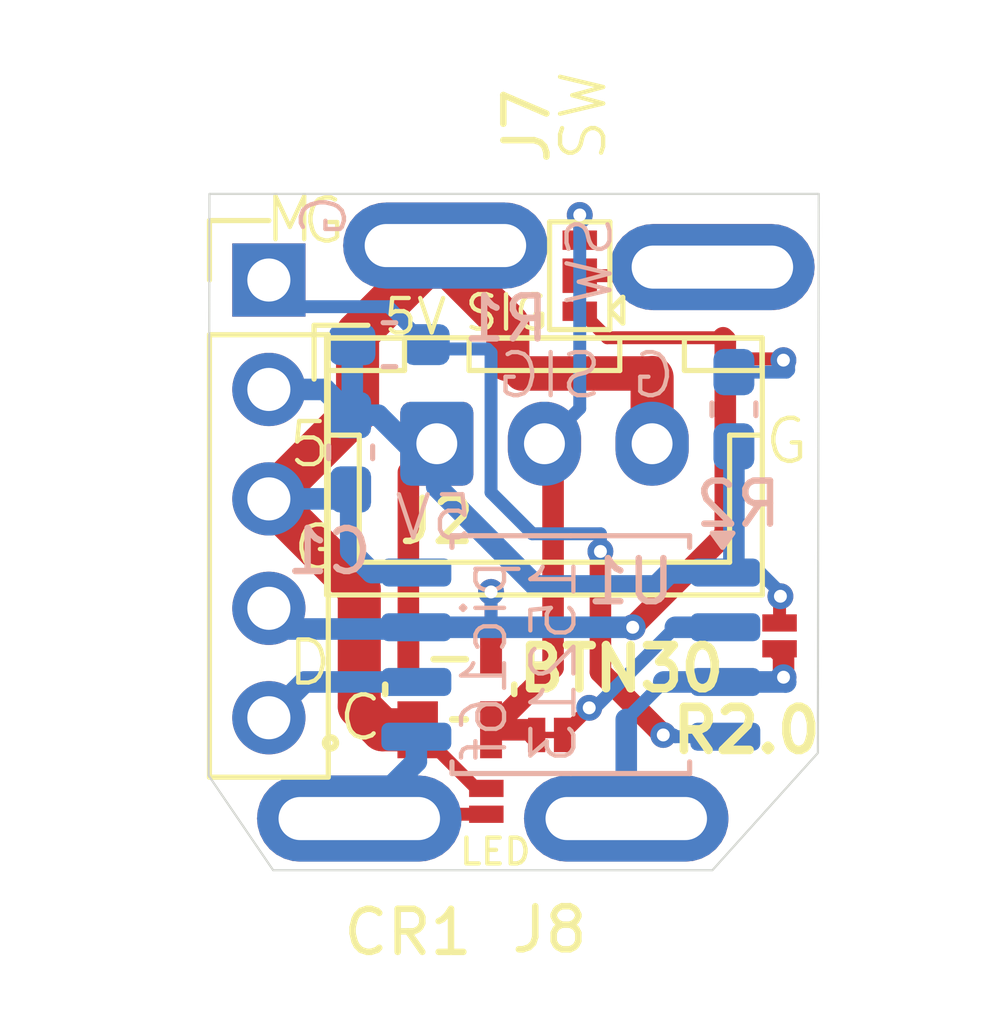
<source format=kicad_pcb>
(kicad_pcb (version 20241229) (generator "pcbnew") (generator_version "9.0")
  (layers (0 "F.Cu" signal) (2 "B.Cu" signal) (13 "F.Paste" user) (15 "B.Paste" user) (5 "F.SilkS" user "F.Silkscreen") (7 "B.SilkS" user "B.Silkscreen") (1 "F.Mask" user) (3 "B.Mask" user) (25 "Edge.Cuts" user))
  (net 0 "")
  (net 1 "/5V")
  (net 2 "/GND")
  (net 3 "/LED0")
  (net 4 "/LED1")
  (net 5 "/PGD")
  (net 6 "/SIGNAL")
  (net 7 "/MCLRn")
  (net 8 "/PGC")
  (net 9 "/REAL_SW")
  (net 10 "/CPU_SIGNAL")
  (footprint "Neal:SolderJumper-3_P1.3mm_Shorted_Pad0.8x0.4mm" (layer "F.Cu") (at 99.12 54.4 90)
    (property "Reference" "J7" (at 3.48 -1.23 90) (layer "F.SilkS"))
    (property "Value" "SolderJumper")
    (fp_line (start -0.75 0) (end -0.1 0) (stroke (width 0.15)) (layer "F.Cu"))
    (fp_line (start 1.25 -0.7) (end 1.25 0.7) (stroke (width 0.12)) (layer "F.SilkS"))
    (fp_line (start -1.25 -0.7) (end 1.25 -0.7) (stroke (width 0.12)) (layer "F.SilkS"))
    (fp_line (start 1.25 0.7) (end -1.25 0.7) (stroke (width 0.12)) (layer "F.SilkS"))
    (fp_line (start -0.8 0.7) (end -0.5 1) (stroke (width 0.12)) (layer "F.SilkS"))
    (fp_line (start -0.8 0.7) (end -1.1 1) (stroke (width 0.12)) (layer "F.SilkS"))
    (fp_line (start -1.25 0.7) (end -1.25 -0.7) (stroke (width 0.12)) (layer "F.SilkS"))
    (fp_line (start -1.1 1) (end -0.5 1) (stroke (width 0.12)) (layer "F.SilkS"))
    (pad "1" smd rect (at -0.825 0 90) (size 0.45 0.8) (layers "F.Cu" "F.Mask") (net 5 "/PGD"))
    (pad "2" smd rect (at 0 0 90) (size 0.8 0.8) (layers "F.Cu" "F.Mask") (net 9 "/REAL_SW"))
    (pad "3" smd rect (at 0.825 0 90) (size 0.45 0.8) (layers "F.Cu" "F.Mask") (net 6 "/SIGNAL"))
  )
  (footprint "Neal:SolderJumper-2_P1.3mm_Open_Pad0.4x0.8mm" (layer "F.Cu") (at 96.95 66.6 90)
    (property "Reference" "J9" (hide yes))
    (property "Value" "SolderJumper")
    (pad "1" smd rect (at -0.3 0 90) (size 0.4 0.8) (layers "F.Cu" "F.Mask") (net 3 "/LED0"))
    (pad "2" smd rect (at 0.3 0 90) (size 0.4 0.8) (layers "F.Cu" "F.Mask") (net 2 "/GND"))
  )
  (footprint "Library:blade_3.75x1" (layer "F.Cu") (at 100.2 67)
    (property "Reference" "J4" (hide yes))
    (property "Value" "Blade_LED")
    (pad "1" thru_hole roundrect (at 0 0) (size 4.75 2) (drill oval 3.75 1) (layers "*.Cu" "*.Mask") (roundrect_rratio 0.5) (net 4 "/LED1"))
  )
  (footprint "Library:blade_3.75x1" (layer "F.Cu") (at 94 67)
    (property "Reference" "J3" (hide yes))
    (property "Value" "Blade_LED")
    (pad "1" thru_hole roundrect (at 0 0) (size 4.75 2) (drill oval 3.75 1) (layers "*.Cu" "*.Mask") (roundrect_rratio 0.5) (net 3 "/LED0"))
  )
  (footprint "Connector_JST:JST_XH_B3B-XH-A_1x03_P2.50mm_Vertical" (layer "F.Cu") (at 95.8 58.3)
    (property "Reference" "J2" (at 0 1.8 0) (layer "F.SilkS"))
    (property "Value" "B3B-XH-A")
    (fp_line (start -2.85 -2.75) (end -2.85 -1.5) (stroke (width 0.12)) (layer "F.SilkS"))
    (fp_line (start -2.56 -2.46) (end -2.56 3.51) (stroke (width 0.12)) (layer "F.SilkS"))
    (fp_line (start -2.56 3.51) (end 7.56 3.51) (stroke (width 0.12)) (layer "F.SilkS"))
    (fp_line (start -2.55 -2.45) (end -2.55 -1.7) (stroke (width 0.12)) (layer "F.SilkS"))
    (fp_line (start -2.55 -1.7) (end -0.75 -1.7) (stroke (width 0.12)) (layer "F.SilkS"))
    (fp_line (start -2.55 -0.2) (end -1.8 -0.2) (stroke (width 0.12)) (layer "F.SilkS"))
    (fp_line (start -1.8 -0.2) (end -1.8 2.75) (stroke (width 0.12)) (layer "F.SilkS"))
    (fp_line (start -1.8 2.75) (end 2.5 2.75) (stroke (width 0.12)) (layer "F.SilkS"))
    (fp_line (start -1.6 -2.75) (end -2.85 -2.75) (stroke (width 0.12)) (layer "F.SilkS"))
    (fp_line (start -0.75 -2.45) (end -2.55 -2.45) (stroke (width 0.12)) (layer "F.SilkS"))
    (fp_line (start -0.75 -1.7) (end -0.75 -2.45) (stroke (width 0.12)) (layer "F.SilkS"))
    (fp_line (start 0.75 -2.45) (end 0.75 -1.7) (stroke (width 0.12)) (layer "F.SilkS"))
    (fp_line (start 0.75 -1.7) (end 4.25 -1.7) (stroke (width 0.12)) (layer "F.SilkS"))
    (fp_line (start 4.25 -2.45) (end 0.75 -2.45) (stroke (width 0.12)) (layer "F.SilkS"))
    (fp_line (start 4.25 -1.7) (end 4.25 -2.45) (stroke (width 0.12)) (layer "F.SilkS"))
    (fp_line (start 5.75 -2.45) (end 5.75 -1.7) (stroke (width 0.12)) (layer "F.SilkS"))
    (fp_line (start 5.75 -1.7) (end 7.55 -1.7) (stroke (width 0.12)) (layer "F.SilkS"))
    (fp_line (start 6.8 -0.2) (end 6.8 2.75) (stroke (width 0.12)) (layer "F.SilkS"))
    (fp_line (start 6.8 2.75) (end 2.5 2.75) (stroke (width 0.12)) (layer "F.SilkS"))
    (fp_line (start 7.55 -2.45) (end 5.75 -2.45) (stroke (width 0.12)) (layer "F.SilkS"))
    (fp_line (start 7.55 -1.7) (end 7.55 -2.45) (stroke (width 0.12)) (layer "F.SilkS"))
    (fp_line (start 7.55 -0.2) (end 6.8 -0.2) (stroke (width 0.12)) (layer "F.SilkS"))
    (fp_line (start 7.56 -2.46) (end -2.56 -2.46) (stroke (width 0.12)) (layer "F.SilkS"))
    (fp_line (start 7.56 3.51) (end 7.56 -2.46) (stroke (width 0.12)) (layer "F.SilkS"))
    (pad "1" thru_hole roundrect (at 0 0) (size 1.7 1.95) (drill 0.95) (layers "*.Cu" "*.Mask") (roundrect_rratio 0.147059) (net 1 "/5V"))
    (pad "2" thru_hole oval (at 2.5 0) (size 1.7 1.95) (drill 0.95) (layers "*.Cu" "*.Mask") (net 6 "/SIGNAL"))
    (pad "3" thru_hole oval (at 5 0) (size 1.7 1.95) (drill 0.95) (layers "*.Cu" "*.Mask") (net 2 "/GND"))
  )
  (footprint "Library:blade_3.75x1" (layer "F.Cu") (at 95.4 54.3)
    (property "Reference" "J6" (hide yes))
    (property "Value" "Blade_SW")
    (pad "1" thru_hole roundrect (at 0.6 -0.6) (size 4.75 2) (drill oval 3.75 1) (layers "*.Cu" "*.Mask") (roundrect_rratio 0.5) (net 2 "/GND"))
  )
  (footprint "footprints:SOT143_DIO" (layer "F.Cu") (at 96.1 64)
    (property "Reference" "CR1" (at -0.97 5.64 0) (layer "F.SilkS"))
    (property "Value" "DRTR5V0U2SR-7")
    (fp_line (start -1.4986 0.107009) (end -1.4986 -0.107008) (stroke (width 0.1524)) (layer "F.SilkS"))
    (fp_line (start -0.373261 -0.6985) (end 0.373261 -0.6985) (stroke (width 0.1524)) (layer "F.SilkS"))
    (fp_line (start 0.37326 0.6985) (end 0.05854 0.6985) (stroke (width 0.1524)) (layer "F.SilkS"))
    (fp_line (start 1.4986 -0.107008) (end 1.4986 0.107009) (stroke (width 0.1524)) (layer "F.SilkS"))
    (fp_circle (center -2.7686 1.2446) (end -2.6416 1.2446) (stroke (width 0.1524)) (fill no) (layer "F.SilkS"))
    (pad "1" smd rect (at -0.7441 0.9398) (size 0.9398 1.3208) (layers "F.Cu" "F.Mask" "F.Paste") (net 2 "/GND"))
    (pad "2" smd rect (at 0.96 0.9398) (size 0.508 1.3208) (layers "F.Cu" "F.Mask" "F.Paste") (net 6 "/SIGNAL"))
    (pad "3" smd rect (at 0.960001 -0.9398) (size 0.508 1.3208) (layers "F.Cu" "F.Mask" "F.Paste") (net 5 "/PGD"))
    (pad "4" smd rect (at -0.960001 -0.9398) (size 0.508 1.3208) (layers "F.Cu" "F.Mask" "F.Paste") (net 1 "/5V"))
  )
  (footprint "Library:blade_3.75x1" (layer "F.Cu") (at 101.7 55.5)
    (property "Reference" "J5" (hide yes))
    (property "Value" "Blade_SW")
    (pad "1" thru_hole roundrect (at 0.5 -1.3) (size 4.75 2) (drill oval 3.75 1) (layers "*.Cu" "*.Mask") (roundrect_rratio 0.5) (net 9 "/REAL_SW"))
  )
  (footprint "Neal:SolderJumper-2_P1.3mm_Open_Pad0.4x0.8mm" (layer "F.Cu") (at 103.76 62.76 90)
    (property "Reference" "J10" (hide yes))
    (property "Value" "SolderJumper")
    (pad "1" smd rect (at -0.3 0 90) (size 0.4 0.8) (layers "F.Cu" "F.Mask") (net 4 "/LED1"))
    (pad "2" smd rect (at 0.3 0 90) (size 0.4 0.8) (layers "F.Cu" "F.Mask") (net 1 "/5V"))
  )
  (footprint "Connector_PinHeader_2.54mm:PinHeader_1x05_P2.54mm_Vertical" (layer "F.Cu") (at 91.9 54.5)
    (property "Reference" "J1" (hide yes))
    (property "Value" "Conn_01x05_Pin")
    (fp_line (start -1.38 -1.38) (end 0 -1.38) (stroke (width 0.12)) (layer "F.SilkS"))
    (fp_line (start -1.38 0) (end -1.38 -1.38) (stroke (width 0.12)) (layer "F.SilkS"))
    (fp_line (start -1.38 1.27) (end -1.38 11.54) (stroke (width 0.12)) (layer "F.SilkS"))
    (fp_line (start -1.38 1.27) (end 1.38 1.27) (stroke (width 0.12)) (layer "F.SilkS"))
    (fp_line (start -1.38 11.54) (end 1.38 11.54) (stroke (width 0.12)) (layer "F.SilkS"))
    (fp_line (start 1.38 1.27) (end 1.38 11.54) (stroke (width 0.12)) (layer "F.SilkS"))
    (pad "1" thru_hole rect (at 0 0) (size 1.7 1.7) (drill 1) (layers "*.Cu" "*.Mask") (net 7 "/MCLRn"))
    (pad "2" thru_hole circle (at 0 2.54) (size 1.7 1.7) (drill 1) (layers "*.Cu" "*.Mask") (net 1 "/5V"))
    (pad "3" thru_hole circle (at 0 5.08) (size 1.7 1.7) (drill 1) (layers "*.Cu" "*.Mask") (net 2 "/GND"))
    (pad "4" thru_hole circle (at 0 7.62) (size 1.7 1.7) (drill 1) (layers "*.Cu" "*.Mask") (net 5 "/PGD"))
    (pad "5" thru_hole circle (at 0 10.16) (size 1.7 1.7) (drill 1) (layers "*.Cu" "*.Mask") (net 8 "/PGC"))
  )
  (footprint "Neal:SolderJumper-2_P1.3mm_Shorted_Pad0.4x0.8mm" (layer "F.Cu") (at 98.42 65.06)
    (property "Reference" "J8" (at 0 4.52 0) (layer "F.SilkS"))
    (property "Value" "SolderJumper")
    (fp_line (start -0.25 0) (end 0.3 0) (stroke (width 0.15)) (layer "F.Cu"))
    (pad "1" smd rect (at -0.3 0) (size 0.4 0.8) (layers "F.Cu" "F.Mask") (net 6 "/SIGNAL"))
    (pad "2" smd rect (at 0.3 0) (size 0.4 0.8) (layers "F.Cu" "F.Mask") (net 10 "/CPU_SIGNAL"))
  )
  (footprint "Package_SO:SOIC-8_5.3x5.3mm_P1.27mm" (layer "B.Cu") (at 98.9125 63.195 180)
    (property "Reference" "U1" (at -1.3875 1.695 0) (layer "B.SilkS") (effects (justify mirror)))
    (property "Value" "PIC16F15213-I/SN")
    (fp_line (start 2.76 2.76) (end 2.76 2.49) (stroke (width 0.12)) (layer "B.SilkS"))
    (fp_line (start 2.76 -2.76) (end 2.76 -2.49) (stroke (width 0.12)) (layer "B.SilkS"))
    (fp_line (start 0 2.76) (end 2.76 2.76) (stroke (width 0.12)) (layer "B.SilkS"))
    (fp_line (start 0 2.76) (end -2.76 2.76) (stroke (width 0.12)) (layer "B.SilkS"))
    (fp_line (start 0 -2.76) (end 2.76 -2.76) (stroke (width 0.12)) (layer "B.SilkS"))
    (fp_line (start 0 -2.76) (end -2.76 -2.76) (stroke (width 0.12)) (layer "B.SilkS"))
    (fp_line (start -2.76 2.76) (end -2.76 2.49) (stroke (width 0.12)) (layer "B.SilkS"))
    (fp_line (start -2.76 -2.76) (end -2.76 -2.49) (stroke (width 0.12)) (layer "B.SilkS"))
    (fp_poly (pts (xy -3.525 2.49) (xy -3.765 2.82) (xy -3.285 2.82)) (stroke (width 0.12)) (fill yes) (layer "B.SilkS"))
    (pad "1" smd roundrect (at -3.5875 1.905 180) (size 1.625 0.65) (layers "B.Cu" "B.Mask" "B.Paste") (net 1 "/5V"))
    (pad "2" smd roundrect (at -3.5875 0.635 180) (size 1.625 0.65) (layers "B.Cu" "B.Mask" "B.Paste") (net 10 "/CPU_SIGNAL"))
    (pad "3" smd roundrect (at -3.5875 -0.635 180) (size 1.625 0.65) (layers "B.Cu" "B.Mask" "B.Paste") (net 4 "/LED1"))
    (pad "4" smd roundrect (at -3.5875 -1.905 180) (size 1.625 0.65) (layers "B.Cu" "B.Mask" "B.Paste") (net 7 "/MCLRn"))
    (pad "5" smd roundrect (at 3.5875 -1.905 180) (size 1.625 0.65) (layers "B.Cu" "B.Mask" "B.Paste") (net 3 "/LED0"))
    (pad "6" smd roundrect (at 3.5875 -0.635 180) (size 1.625 0.65) (layers "B.Cu" "B.Mask" "B.Paste") (net 8 "/PGC"))
    (pad "7" smd roundrect (at 3.5875 0.635 180) (size 1.625 0.65) (layers "B.Cu" "B.Mask" "B.Paste") (net 5 "/PGD"))
    (pad "8" smd roundrect (at 3.5875 1.905 180) (size 1.625 0.65) (layers "B.Cu" "B.Mask" "B.Paste") (net 2 "/GND"))
  )
  (footprint "Capacitor_SMD:C_0603_1608Metric_Pad1.08x0.95mm_HandSolder" (layer "B.Cu") (at 93.8 58.5 -90)
    (property "Reference" "C1" (at 2.3 0.5 0) (layer "B.SilkS") (effects (justify mirror)))
    (property "Value" "0.01uF 0603")
    (fp_line (start -0.146267 0.51) (end 0.146267 0.51) (stroke (width 0.12)) (layer "B.SilkS"))
    (fp_line (start -0.146267 -0.51) (end 0.146267 -0.51) (stroke (width 0.12)) (layer "B.SilkS"))
    (pad "1" smd roundrect (at -0.8625 0 270) (size 1.075 0.95) (layers "B.Cu" "B.Mask" "B.Paste") (net 1 "/5V"))
    (pad "2" smd roundrect (at 0.8625 0 270) (size 1.075 0.95) (layers "B.Cu" "B.Mask" "B.Paste") (net 2 "/GND"))
  )
  (footprint "Capacitor_SMD:C_0603_1608Metric_Pad1.08x0.95mm_HandSolder" (layer "B.Cu") (at 102.7 57.5 90)
    (property "Reference" "R2" (at -2.2 0.1 0) (layer "B.SilkS") (effects (justify mirror)))
    (property "Value" "10k 0603")
    (fp_line (start -0.146267 -0.51) (end 0.146267 -0.51) (stroke (width 0.12)) (layer "B.SilkS"))
    (fp_line (start -0.146267 0.51) (end 0.146267 0.51) (stroke (width 0.12)) (layer "B.SilkS"))
    (pad "1" smd roundrect (at -0.8625 0 90) (size 1.075 0.95) (layers "B.Cu" "B.Mask" "B.Paste") (net 1 "/5V"))
    (pad "2" smd roundrect (at 0.8625 0 90) (size 1.075 0.95) (layers "B.Cu" "B.Mask" "B.Paste") (net 5 "/PGD"))
  )
  (footprint "Capacitor_SMD:C_0603_1608Metric_Pad1.08x0.95mm_HandSolder" (layer "B.Cu") (at 94.7 56 180)
    (property "Reference" "R1" (at -2.7 0.6 0) (layer "B.SilkS") (effects (justify mirror)))
    (property "Value" "10k 0603")
    (fp_line (start -0.146267 0.51) (end 0.146267 0.51) (stroke (width 0.12)) (layer "B.SilkS"))
    (fp_line (start -0.146267 -0.51) (end 0.146267 -0.51) (stroke (width 0.12)) (layer "B.SilkS"))
    (pad "1" smd roundrect (at -0.8625 0 180) (size 1.075 0.95) (layers "B.Cu" "B.Mask" "B.Paste") (net 7 "/MCLRn"))
    (pad "2" smd roundrect (at 0.8625 0 180) (size 1.075 0.95) (layers "B.Cu" "B.Mask" "B.Paste") (net 1 "/5V"))
  )
  (gr_poly (pts (xy 92 68.2) (xy 90.5 66) (xy 90.52 52.5) (xy 104.67 52.5) (xy 104.65 65.477778) (xy 102.2 68.2)) (stroke (width 0.05)) (fill no) (layer "Edge.Cuts"))
  (gr_text "SIG" (at 96.39 55.73 0) (layer "F.SilkS") (effects (font (size 0.8 0.8) (thickness 0.1)) (justify left bottom)))
  (gr_text "C" (at 93.4584 65.2446 0) (layer "F.SilkS") (effects (font (size 1 1) (thickness 0.1)) (justify left bottom)))
  (gr_text "SW" (at 99.79 51.8 90) (layer "F.SilkS") (effects (font (size 1 1) (thickness 0.1)) (justify left bottom)))
  (gr_text "5" (at 92.3 58.9 0) (layer "F.SilkS") (effects (font (size 1 1) (thickness 0.1)) (justify left bottom)))
  (gr_text "BTN30" (at 97.5986 64.107009 0) (layer "F.SilkS") (effects (font (size 1 1) (thickness 0.2) (bold yes)) (justify left bottom)))
  (gr_text "G" (at 103.36 58.825 0) (layer "F.SilkS") (effects (font (size 1 1) (thickness 0.1)) (justify left bottom)))
  (gr_text "R2.0" (at 101.17 65.54 0) (layer "F.SilkS") (effects (font (size 1 1) (thickness 0.2) (bold yes)) (justify left bottom)))
  (gr_text "G" (at 92.61 53.71 0) (layer "F.SilkS") (effects (font (size 1 1) (thickness 0.1)) (justify left bottom)))
  (gr_text "LED" (at 96.28 68.12 0) (layer "F.SilkS") (effects (font (size 0.6 0.6) (thickness 0.1)) (justify left bottom)))
  (gr_text "M" (at 91.75 53.68 0) (layer "F.SilkS") (effects (font (size 1 1) (thickness 0.1)) (justify left bottom)))
  (gr_text "D" (at 92.28 63.97 0) (layer "F.SilkS") (effects (font (size 1 1) (thickness 0.1)) (justify left bottom)))
  (gr_text "G" (at 92.4 61.3 0) (layer "F.SilkS") (effects (font (size 1 1) (thickness 0.1)) (justify left bottom)))
  (gr_text "5V" (at 94.51 55.82 0) (layer "F.SilkS") (effects (font (size 0.8 0.8) (thickness 0.1)) (justify left bottom)))
  (gr_text "pic16f\n15213" (at 99.1 60.9 90) (layer "B.SilkS") (effects (font (size 1 1) (thickness 0.1)) (justify left bottom mirror)))
  (gr_text "G" (at 101.4 57.3 0) (layer "B.SilkS") (effects (font (size 1 1) (thickness 0.1)) (justify left bottom mirror)))
  (gr_text "SW" (at 99.94 52.95 90) (layer "B.SilkS") (effects (font (size 1 1) (thickness 0.1)) (justify left bottom mirror)))
  (gr_text "5V" (at 96.7 60.6 0) (layer "B.SilkS") (effects (font (size 1 1) (thickness 0.1)) (justify left bottom mirror)))
  (gr_text "SIG" (at 99.7 57.3 0) (layer "B.SilkS") (effects (font (size 1 1) (thickness 0.1)) (justify left bottom mirror)))
  (gr_text "G" (at 93.77 52.44 90) (layer "B.SilkS") (effects (font (size 1 1) (thickness 0.1)) (justify left bottom mirror)))
  (segment (start 103.76 61.86) (end 103.78 61.84) (width 0.3) (layer "F.Cu") (net 1))
  (segment (start 95.139999 63.0602) (end 95.139999 58.960001) (width 0.5) (layer "F.Cu") (net 1))
  (segment (start 95.139999 58.960001) (end 95.8 58.3) (width 0.3) (layer "F.Cu") (net 1))
  (segment (start 103.76 62.46) (end 103.76 61.86) (width 0.3) (layer "F.Cu") (net 1))
  (segment (start 103.79 61.85) (end 103.78 61.84) (width 0.3) (layer "F.Cu") (net 1))
  (via (at 103.78 61.84) (size 0.6) (drill 0.3) (layers "F.Cu" "B.Cu") (net 1))
  (segment (start 98.1 61.6) (end 100.9 61.6) (width 0.5) (layer "B.Cu") (net 1))
  (segment (start 95.8 59) (end 95.8 59.3) (width 0.5) (layer "B.Cu") (net 1))
  (segment (start 91.9 57.04) (end 93.2025 57.04) (width 0.5) (layer "B.Cu") (net 1))
  (segment (start 100.9 61.6) (end 101.2 61.3) (width 0.5) (layer "B.Cu") (net 1))
  (segment (start 93.2025 57.04) (end 93.8 57.6375) (width 0.5) (layer "B.Cu") (net 1))
  (segment (start 93.8375 57.6) (end 93.8 57.6375) (width 0.3) (layer "B.Cu") (net 1))
  (segment (start 102.5 61.29) (end 102.7 61.09) (width 0.3) (layer "B.Cu") (net 1))
  (segment (start 101.2 61.3) (end 102.49 61.3) (width 0.5) (layer "B.Cu") (net 1))
  (segment (start 102.49 61.3) (end 102.5 61.29) (width 0.5) (layer "B.Cu") (net 1))
  (segment (start 102.7 61.09) (end 102.7 58.3625) (width 0.5) (layer "B.Cu") (net 1))
  (segment (start 94.4375 57.6375) (end 95.8 59) (width 0.5) (layer "B.Cu") (net 1))
  (segment (start 103.78 61.76) (end 103.31 61.29) (width 0.3) (layer "B.Cu") (net 1))
  (segment (start 93.8375 56) (end 93.8375 57.6) (width 0.5) (layer "B.Cu") (net 1))
  (segment (start 95.8 59.3) (end 98.1 61.6) (width 0.5) (layer "B.Cu") (net 1))
  (segment (start 103.31 61.29) (end 102.5 61.29) (width 0.3) (layer "B.Cu") (net 1))
  (segment (start 93.8 57.6375) (end 94.4375 57.6375) (width 0.5) (layer "B.Cu") (net 1))
  (segment (start 103.78 61.84) (end 103.78 61.76) (width 0.3) (layer "B.Cu") (net 1))
  (segment (start 96 54.088352) (end 96 53.7) (width 1) (layer "F.Cu") (net 2))
  (segment (start 93.96 57.52) (end 91.9 59.58) (width 1) (layer "F.Cu") (net 2))
  (segment (start 100.8 56.76) (end 100.8 58.3) (width 1) (layer "F.Cu") (net 2))
  (segment (start 97.45 56.35) (end 97.769176 56.669176) (width 0.3) (layer "F.Cu") (net 2))
  (segment (start 94 64.4) (end 94 61.68) (width 1) (layer "F.Cu") (net 2))
  (segment (start 95.3559 64.9398) (end 94.5398 64.9398) (width 1) (layer "F.Cu") (net 2))
  (segment (start 97.45 55.538352) (end 96 54.088352) (width 1) (layer "F.Cu") (net 2))
  (segment (start 97.45 56.35) (end 97.45 55.538352) (width 1) (layer "F.Cu") (net 2))
  (segment (start 100.709176 56.669176) (end 100.8 56.76) (width 0.3) (layer "F.Cu") (net 2))
  (segment (start 100.6 58.3) (end 100.8 58.3) (width 0.3) (layer "F.Cu") (net 2))
  (segment (start 96.7161 66.3) (end 95.3559 64.9398) (width 0.3) (layer "F.Cu") (net 2))
  (segment (start 96.95 66.3) (end 96.7161 66.3) (width 0.3) (layer "F.Cu") (net 2))
  (segment (start 93.96 55.74) (end 93.96 57.52) (width 1) (layer "F.Cu") (net 2))
  (segment (start 94.5398 64.9398) (end 94 64.4) (width 1) (layer "F.Cu") (net 2))
  (segment (start 95.4 54.3) (end 93.96 55.74) (width 1) (layer "F.Cu") (net 2))
  (segment (start 94 61.68) (end 91.9 59.58) (width 1) (layer "F.Cu") (net 2))
  (segment (start 97.769176 56.669176) (end 100.709176 56.669176) (width 0.8) (layer "F.Cu") (net 2))
  (segment (start 94.29 61.29) (end 93.8 60.8) (width 0.5) (layer "B.Cu") (net 2))
  (segment (start 95.4 54.3) (end 97.4 54.3) (width 0.5) (layer "B.Cu") (net 2))
  (segment (start 95.325 61.29) (end 94.29 61.29) (width 0.5) (layer "B.Cu") (net 2))
  (segment (start 91.9 59.58) (end 93.5825 59.58) (width 0.5) (layer "B.Cu") (net 2))
  (segment (start 97.4 54.3) (end 97.7 54.3) (width 0.5) (layer "B.Cu") (net 2))
  (segment (start 93.5825 59.58) (end 93.8 59.3625) (width 0.3) (layer "B.Cu") (net 2))
  (segment (start 93.8 60.8) (end 93.8 59.3625) (width 0.5) (layer "B.Cu") (net 2))
  (segment (start 94.1 66.9) (end 94 67) (width 0.3) (layer "F.Cu") (net 3))
  (segment (start 96.95 66.9) (end 94.1 66.9) (width 0.3) (layer "F.Cu") (net 3))
  (segment (start 95.325 65.675) (end 94 67) (width 0.5) (layer "B.Cu") (net 3))
  (segment (start 95.325 65.1) (end 95.325 65.675) (width 0.5) (layer "B.Cu") (net 3))
  (segment (start 103.852708 63.719527) (end 103.852708 63.152708) (width 0.5) (layer "F.Cu") (net 4))
  (segment (start 103.852708 63.152708) (end 103.811 63.111) (width 0.5) (layer "F.Cu") (net 4))
  (segment (start 103.811 63.111) (end 103.76 63.111) (width 0.5) (layer "F.Cu") (net 4))
  (via (at 103.852708 63.719527) (size 0.6) (drill 0.3) (layers "F.Cu" "B.Cu") (net 4))
  (segment (start 103.852708 63.780801) (end 103.852708 63.719527) (width 0.5) (layer "B.Cu") (net 4))
  (segment (start 103.901173 63.83) (end 103.90154 63.829633) (width 0.5) (layer "B.Cu") (net 4))
  (segment (start 102.5 63.83) (end 103.901173 63.83) (width 0.5) (layer "B.Cu") (net 4))
  (segment (start 101.07 63.83) (end 102.5 63.83) (width 0.5) (layer "B.Cu") (net 4))
  (segment (start 100.2 64.7) (end 101.07 63.83) (width 0.3) (layer "B.Cu") (net 4))
  (segment (start 103.90154 63.829633) (end 103.852708 63.780801) (width 0.5) (layer "B.Cu") (net 4))
  (segment (start 100.2 67) (end 100.2 64.7) (width 0.5) (layer "B.Cu") (net 4))
  (segment (start 102.5 60.4) (end 102.5 56.33) (width 0.5) (layer "F.Cu") (net 5))
  (segment (start 103.82 56.33) (end 102.5 56.33) (width 0.3) (layer "F.Cu") (net 5))
  (segment (start 103.85 56.36) (end 103.82 56.33) (width 0.3) (layer "F.Cu") (net 5))
  (segment (start 100.35 62.55) (end 102.5 60.4) (width 0.5) (layer "F.Cu") (net 5))
  (segment (start 100.35 62.56) (end 100.35 62.55) (width 0.3) (layer "F.Cu") (net 5))
  (segment (start 102.5 56.33) (end 102.5 55.89) (width 0.5) (layer "F.Cu") (net 5))
  (segment (start 97.060001 63.0602) (end 97.060001 61.739999) (width 0.3) (layer "F.Cu") (net 5))
  (segment (start 99.76 55.84) (end 102.45 55.84) (width 0.3) (layer "F.Cu") (net 5))
  (segment (start 102.5 55.89) (end 102.45 55.84) (width 0.5) (layer "F.Cu") (net 5))
  (segment (start 99.12 55.2) (end 99.76 55.84) (width 0.3) (layer "F.Cu") (net 5))
  (segment (start 97.1 61.7) (end 97.060001 61.739999) (width 0.3) (layer "F.Cu") (net 5))
  (via (at 103.85 56.36) (size 0.6) (drill 0.3) (layers "F.Cu" "B.Cu") (net 5))
  (via (at 97.060001 61.739999) (size 0.6) (drill 0.3) (layers "F.Cu" "B.Cu") (net 5))
  (via (at 100.35 62.56) (size 0.6) (drill 0.3) (layers "F.Cu" "B.Cu") (net 5))
  (segment (start 97.1 62.56) (end 95.325 62.56) (width 0.5) (layer "B.Cu") (net 5))
  (segment (start 103.9225 56.6375) (end 103.97 56.59) (width 0.3) (layer "B.Cu") (net 5))
  (segment (start 97.060001 62.520001) (end 97.1 62.56) (width 0.3) (layer "B.Cu") (net 5))
  (segment (start 97.060001 61.739999) (end 97.060001 62.520001) (width 0.3) (layer "B.Cu") (net 5))
  (segment (start 91.9 62.12) (end 92.38 62.6) (width 0.3) (layer "B.Cu") (net 5))
  (segment (start 92.38 62.6) (end 95.285 62.6) (width 0.5) (layer "B.Cu") (net 5))
  (segment (start 100.35 62.56) (end 97.1 62.56) (width 0.5) (layer "B.Cu") (net 5))
  (segment (start 103.97 56.59) (end 103.97 56.48) (width 0.3) (layer "B.Cu") (net 5))
  (segment (start 95.285 62.6) (end 95.325 62.56) (width 0.3) (layer "B.Cu") (net 5))
  (segment (start 103.97 56.48) (end 103.85 56.36) (width 0.3) (layer "B.Cu") (net 5))
  (segment (start 102.7 56.6375) (end 103.9225 56.6375) (width 0.3) (layer "B.Cu") (net 5))
  (segment (start 98.5 59.1) (end 98.5 63.5) (width 0.5) (layer "F.Cu") (net 6))
  (segment (start 98.069 65.009) (end 98.069 65.06) (width 0.5) (layer "F.Cu") (net 6))
  (segment (start 97.0602 64.9398) (end 97.9998 64.9398) (width 0.5) (layer "F.Cu") (net 6))
  (segment (start 99.12 53.6) (end 99.12 53.151) (width 0.3) (layer "F.Cu") (net 6))
  (segment (start 97.06 64.9398) (end 97.0602 64.9398) (width 0.3) (layer "F.Cu") (net 6))
  (segment (start 98.4 59) (end 98.5 59.1) (width 0.5) (layer "F.Cu") (net 6))
  (segment (start 97.8998 64.1) (end 97.0602 64.9396) (width 0.5) (layer "F.Cu") (net 6))
  (segment (start 99.12 53.151) (end 99.12 52.99) (width 0.3) (layer "F.Cu") (net 6))
  (segment (start 97.0602 64.9396) (end 97.0602 64.9398) (width 0.5) (layer "F.Cu") (net 6))
  (segment (start 98.5 63.5) (end 97.9 64.1) (width 0.5) (layer "F.Cu") (net 6))
  (segment (start 97.9 64.1) (end 97.8998 64.1) (width 0.5) (layer "F.Cu") (net 6))
  (segment (start 98.4 59) (end 98.3 59) (width 0.3) (layer "F.Cu") (net 6))
  (segment (start 97.9998 64.9398) (end 98.069 65.009) (width 0.5) (layer "F.Cu") (net 6))
  (via (at 99.12 52.99) (size 0.6) (drill 0.3) (layers "F.Cu" "B.Cu") (net 6))
  (segment (start 99.12 57.48) (end 98.3 58.3) (width 0.3) (layer "B.Cu") (net 6))
  (segment (start 99.12 52.99) (end 99.12 57.48) (width 0.3) (layer "B.Cu") (net 6))
  (segment (start 101.05962 65.05962) (end 99.6 63.6) (width 0.5) (layer "F.Cu") (net 7))
  (segment (start 99.6 63.6) (end 99.6 60.8) (width 0.5) (layer "F.Cu") (net 7))
  (via (at 99.6 60.8) (size 0.6) (drill 0.3) (layers "F.Cu" "B.Cu") (net 7))
  (via (at 101.05962 65.05962) (size 0.6) (drill 0.3) (layers "F.Cu" "B.Cu") (net 7))
  (segment (start 96.97 56.1) (end 97.06 56.19) (width 0.3) (layer "B.Cu") (net 7))
  (segment (start 98.02 60.39) (end 99.6 60.39) (width 0.3) (layer "B.Cu") (net 7))
  (segment (start 99.6 60.39) (end 99.6 60.8) (width 0.3) (layer "B.Cu") (net 7))
  (segment (start 97.06 59.43) (end 98.02 60.39) (width 0.3) (layer "B.Cu") (net 7))
  (segment (start 92.51891 55.11891) (end 94.68141 55.11891) (width 0.3) (layer "B.Cu") (net 7))
  (segment (start 101.05962 65.05962) (end 101.296361 65.05962) (width 0.3) (layer "B.Cu") (net 7))
  (segment (start 95.6625 56.1) (end 96.97 56.1) (width 0.3) (layer "B.Cu") (net 7))
  (segment (start 97.06 56.19) (end 97.06 59.43) (width 0.3) (layer "B.Cu") (net 7))
  (segment (start 91.9 54.5) (end 92.51891 55.11891) (width 0.3) (layer "B.Cu") (net 7))
  (segment (start 101.336741 65.1) (end 102.5 65.1) (width 0.3) (layer "B.Cu") (net 7))
  (segment (start 94.68141 55.11891) (end 95.6625 56.1) (width 0.3) (layer "B.Cu") (net 7))
  (segment (start 101.296361 65.05962) (end 101.336741 65.1) (width 0.3) (layer "B.Cu") (net 7))
  (segment (start 92.73 63.83) (end 95.325 63.83) (width 0.5) (layer "B.Cu") (net 8))
  (segment (start 91.9 64.66) (end 92.73 63.83) (width 0.5) (layer "B.Cu") (net 8))
  (segment (start 99.12 54.4) (end 100.950058 54.4) (width 0.3) (layer "F.Cu") (net 9))
  (segment (start 100.950058 54.4) (end 101.451058 53.899) (width 0.3) (layer "F.Cu") (net 9))
  (segment (start 101.451058 53.899) (end 101.948942 53.899) (width 0.3) (layer "F.Cu") (net 9))
  (segment (start 99.34 64.44) (end 98.72 65.06) (width 0.3) (layer "F.Cu") (net 10))
  (segment (start 99.34 64.43) (end 99.34 64.44) (width 0.3) (layer "F.Cu") (net 10))
  (via (at 99.34 64.43) (size 0.6) (drill 0.3) (layers "F.Cu" "B.Cu") (net 10))
  (segment (start 99.47 64.43) (end 99.34 64.43) (width 0.3) (layer "B.Cu") (net 10))
  (segment (start 101.34 62.56) (end 102.5 62.56) (width 0.5) (layer "B.Cu") (net 10))
  (segment (start 101.34 62.56) (end 99.47 64.43) (width 0.3) (layer "B.Cu") (net 10))
)
</source>
